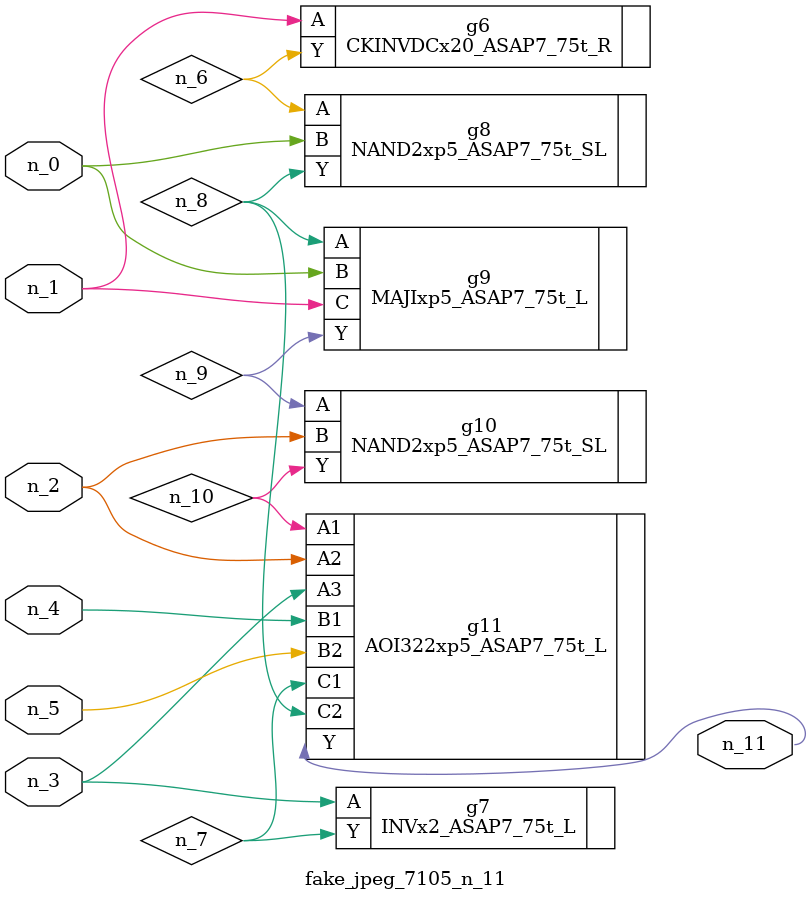
<source format=v>
module fake_jpeg_7105_n_11 (n_3, n_2, n_1, n_0, n_4, n_5, n_11);

input n_3;
input n_2;
input n_1;
input n_0;
input n_4;
input n_5;

output n_11;

wire n_10;
wire n_8;
wire n_9;
wire n_6;
wire n_7;

CKINVDCx20_ASAP7_75t_R g6 ( 
.A(n_1),
.Y(n_6)
);

INVx2_ASAP7_75t_L g7 ( 
.A(n_3),
.Y(n_7)
);

NAND2xp5_ASAP7_75t_SL g8 ( 
.A(n_6),
.B(n_0),
.Y(n_8)
);

MAJIxp5_ASAP7_75t_L g9 ( 
.A(n_8),
.B(n_0),
.C(n_1),
.Y(n_9)
);

NAND2xp5_ASAP7_75t_SL g10 ( 
.A(n_9),
.B(n_2),
.Y(n_10)
);

AOI322xp5_ASAP7_75t_L g11 ( 
.A1(n_10),
.A2(n_2),
.A3(n_3),
.B1(n_4),
.B2(n_5),
.C1(n_7),
.C2(n_8),
.Y(n_11)
);


endmodule
</source>
